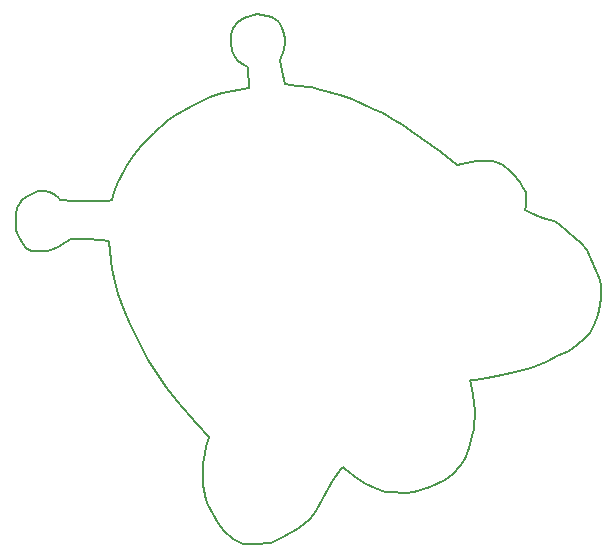
<source format=gm1>
G04 #@! TF.FileFunction,Profile,NP*
%FSLAX46Y46*%
G04 Gerber Fmt 4.6, Leading zero omitted, Abs format (unit mm)*
G04 Created by KiCad (PCBNEW 4.0.6-e0-6349~52~ubuntu16.10.1) date Sun Jul  9 07:11:00 2017*
%MOMM*%
%LPD*%
G01*
G04 APERTURE LIST*
%ADD10C,0.100000*%
%ADD11C,0.150000*%
G04 APERTURE END LIST*
D10*
D11*
X128050000Y-142500000D02*
X128500000Y-142000000D01*
X127000000Y-143350000D02*
X128050000Y-142500000D01*
X126600000Y-143600000D02*
X127000000Y-143350000D01*
X125950000Y-143900000D02*
X126600000Y-143600000D01*
X124800000Y-144450000D02*
X125950000Y-143900000D01*
X123550000Y-144950000D02*
X124800000Y-144450000D01*
X122500000Y-145200000D02*
X123550000Y-144950000D01*
X121050000Y-145550000D02*
X122500000Y-145200000D01*
X119800000Y-145800000D02*
X121050000Y-145550000D01*
X118800000Y-146000000D02*
X119800000Y-145800000D01*
X118400000Y-146000000D02*
X118800000Y-146000000D01*
X118550000Y-146700000D02*
X118400000Y-146000000D01*
X118750000Y-147850000D02*
X118550000Y-146700000D01*
X118800000Y-148650000D02*
X118750000Y-147850000D01*
X118700000Y-150150000D02*
X118800000Y-148650000D01*
X118550000Y-150750000D02*
X118700000Y-150150000D01*
X118300000Y-151700000D02*
X118550000Y-150750000D01*
X117950000Y-152650000D02*
X118300000Y-151700000D01*
X117500000Y-153300000D02*
X117950000Y-152650000D01*
X116950000Y-153900000D02*
X117500000Y-153300000D01*
X116300000Y-154450000D02*
X116950000Y-153900000D01*
X115000000Y-155050000D02*
X116300000Y-154450000D01*
X113600000Y-155500000D02*
X115000000Y-155050000D01*
X112950000Y-155550000D02*
X113600000Y-155500000D01*
X111600000Y-155500000D02*
X112950000Y-155550000D01*
X111200000Y-155450000D02*
X111600000Y-155500000D01*
X110300000Y-155100000D02*
X111200000Y-155450000D01*
X109550000Y-154750000D02*
X110300000Y-155100000D01*
X108900000Y-154350000D02*
X109550000Y-154750000D01*
X107800000Y-153500000D02*
X108900000Y-154350000D01*
X107650000Y-153350000D02*
X107800000Y-153500000D01*
X107450000Y-153500000D02*
X107650000Y-153350000D01*
X106800000Y-154450000D02*
X107450000Y-153500000D01*
X105950000Y-156000000D02*
X106800000Y-154450000D01*
X105300000Y-157100000D02*
X105950000Y-156000000D01*
X104800000Y-157750000D02*
X105300000Y-157100000D01*
X103900000Y-158550000D02*
X104800000Y-157750000D01*
X102550000Y-159250000D02*
X103900000Y-158550000D01*
X101500000Y-159750000D02*
X102550000Y-159250000D01*
X100050000Y-159850000D02*
X101500000Y-159750000D01*
X99150000Y-159850000D02*
X100050000Y-159850000D01*
X98800000Y-159700000D02*
X99150000Y-159850000D01*
X98300000Y-159400000D02*
X98800000Y-159700000D01*
X97550000Y-158750000D02*
X98300000Y-159400000D01*
X97000000Y-158050000D02*
X97550000Y-158750000D01*
X96200000Y-156600000D02*
X97000000Y-158050000D01*
X96050000Y-156100000D02*
X96200000Y-156600000D01*
X95750000Y-154900000D02*
X96050000Y-156100000D01*
X95750000Y-154150000D02*
X95750000Y-154900000D01*
X95800000Y-153050000D02*
X95750000Y-154150000D01*
X95950000Y-152150000D02*
X95800000Y-153050000D01*
X96050000Y-151650000D02*
X95950000Y-152150000D01*
X96300000Y-150800000D02*
X96050000Y-151650000D01*
X95250000Y-149700000D02*
X96300000Y-150800000D01*
X93600000Y-147750000D02*
X95250000Y-149700000D01*
X92650000Y-146600000D02*
X93600000Y-147750000D01*
X92300000Y-146100000D02*
X92650000Y-146600000D01*
X91100000Y-144250000D02*
X92300000Y-146100000D01*
X90200000Y-142400000D02*
X91100000Y-144250000D01*
X89600000Y-141200000D02*
X90200000Y-142400000D01*
X89050000Y-140050000D02*
X89600000Y-141200000D01*
X88600000Y-138700000D02*
X89050000Y-140050000D01*
X88400000Y-138000000D02*
X88600000Y-138700000D01*
X88050000Y-136600000D02*
X88400000Y-138000000D01*
X87950000Y-135900000D02*
X88050000Y-136600000D01*
X87900000Y-134950000D02*
X87950000Y-135900000D01*
X87850000Y-134350000D02*
X87900000Y-134950000D01*
X87800000Y-134200000D02*
X87850000Y-134350000D01*
X87150000Y-134150000D02*
X87800000Y-134200000D01*
X86000000Y-134050000D02*
X87150000Y-134150000D01*
X85350000Y-134000000D02*
X86000000Y-134050000D01*
X84700000Y-134000000D02*
X85350000Y-134000000D01*
X84600000Y-134000000D02*
X84700000Y-134000000D01*
X84150000Y-134300000D02*
X84600000Y-134000000D01*
X83500000Y-134750000D02*
X84150000Y-134300000D01*
X82900000Y-135000000D02*
X83500000Y-134750000D01*
X82550000Y-135100000D02*
X82900000Y-135000000D01*
X82150000Y-135100000D02*
X82550000Y-135100000D01*
X81550000Y-135100000D02*
X82150000Y-135100000D01*
X81300000Y-135050000D02*
X81550000Y-135100000D01*
X81050000Y-134950000D02*
X81300000Y-135050000D01*
X80800000Y-134800000D02*
X81050000Y-134950000D01*
X80500000Y-134450000D02*
X80800000Y-134800000D01*
X80200000Y-133900000D02*
X80500000Y-134450000D01*
X80000000Y-133500000D02*
X80200000Y-133900000D01*
X79900000Y-133300000D02*
X80000000Y-133500000D01*
X79900000Y-131950000D02*
X79900000Y-133300000D01*
X80000000Y-131400000D02*
X79900000Y-131950000D01*
X80250000Y-131000000D02*
X80000000Y-131400000D01*
X80450000Y-130750000D02*
X80250000Y-131000000D01*
X80800000Y-130500000D02*
X80450000Y-130750000D01*
X81300000Y-130200000D02*
X80800000Y-130500000D01*
X81800000Y-130000000D02*
X81300000Y-130200000D01*
X82100000Y-129950000D02*
X81800000Y-130000000D01*
X82350000Y-129950000D02*
X82100000Y-129950000D01*
X82700000Y-130050000D02*
X82350000Y-129950000D01*
X82950000Y-130150000D02*
X82700000Y-130050000D01*
X83250000Y-130300000D02*
X82950000Y-130150000D01*
X83550000Y-130550000D02*
X83250000Y-130300000D01*
X83700000Y-130700000D02*
X83550000Y-130550000D01*
X84950000Y-130800000D02*
X83700000Y-130700000D01*
X85900000Y-130850000D02*
X84950000Y-130800000D01*
X87700000Y-130800000D02*
X85900000Y-130850000D01*
X88100000Y-130750000D02*
X87700000Y-130800000D01*
X88250000Y-130050000D02*
X88100000Y-130750000D01*
X88600000Y-129250000D02*
X88250000Y-130050000D01*
X89050000Y-128300000D02*
X88600000Y-129250000D01*
X89350000Y-127800000D02*
X89050000Y-128300000D01*
X89900000Y-126900000D02*
X89350000Y-127800000D01*
X90500000Y-126150000D02*
X89900000Y-126900000D01*
X91600000Y-125050000D02*
X90500000Y-126150000D01*
X92750000Y-124050000D02*
X91600000Y-125050000D01*
X93300000Y-123600000D02*
X92750000Y-124050000D01*
X94800000Y-122750000D02*
X93300000Y-123600000D01*
X96400000Y-122000000D02*
X94800000Y-122750000D01*
X97400000Y-121700000D02*
X96400000Y-122000000D01*
X99700000Y-121250000D02*
X97400000Y-121700000D01*
X99550000Y-119450000D02*
X99700000Y-121250000D01*
X99250000Y-119350000D02*
X99550000Y-119450000D01*
X98750000Y-119000000D02*
X99250000Y-119350000D01*
X98500000Y-118650000D02*
X98750000Y-119000000D01*
X98250000Y-118100000D02*
X98500000Y-118650000D01*
X98100000Y-117450000D02*
X98250000Y-118100000D01*
X98100000Y-116750000D02*
X98100000Y-117450000D01*
X98350000Y-116200000D02*
X98100000Y-116750000D01*
X98750000Y-115700000D02*
X98350000Y-116200000D01*
X99250000Y-115350000D02*
X98750000Y-115700000D01*
X100300000Y-115000000D02*
X99250000Y-115350000D01*
X100750000Y-115050000D02*
X100300000Y-115000000D01*
X101600000Y-115250000D02*
X100750000Y-115050000D01*
X102200000Y-115650000D02*
X101600000Y-115250000D01*
X102500000Y-116200000D02*
X102200000Y-115650000D01*
X102650000Y-116700000D02*
X102500000Y-116200000D01*
X102700000Y-117100000D02*
X102650000Y-116700000D01*
X102700000Y-117350000D02*
X102700000Y-117100000D01*
X102600000Y-118050000D02*
X102700000Y-117350000D01*
X102300000Y-118850000D02*
X102600000Y-118050000D01*
X102450000Y-119800000D02*
X102300000Y-118850000D01*
X102750000Y-120950000D02*
X102450000Y-119800000D01*
X103750000Y-121050000D02*
X102750000Y-120950000D01*
X104950000Y-121200000D02*
X103750000Y-121050000D01*
X105800000Y-121400000D02*
X104950000Y-121200000D01*
X107400000Y-121850000D02*
X105800000Y-121400000D01*
X108350000Y-122200000D02*
X107400000Y-121850000D01*
X110200000Y-123050000D02*
X108350000Y-122200000D01*
X111000000Y-123400000D02*
X110200000Y-123050000D01*
X111950000Y-123950000D02*
X111000000Y-123400000D01*
X112700000Y-124400000D02*
X111950000Y-123950000D01*
X113400000Y-124900000D02*
X112700000Y-124400000D01*
X115900000Y-126700000D02*
X113400000Y-124900000D01*
X117250000Y-127800000D02*
X115900000Y-126700000D01*
X118900000Y-127450000D02*
X117250000Y-127800000D01*
X119250000Y-127400000D02*
X118900000Y-127450000D01*
X120200000Y-127400000D02*
X119250000Y-127400000D01*
X120550000Y-127500000D02*
X120200000Y-127400000D01*
X121200000Y-127800000D02*
X120550000Y-127500000D01*
X121750000Y-128250000D02*
X121200000Y-127800000D01*
X122000000Y-128500000D02*
X121750000Y-128250000D01*
X122650000Y-129250000D02*
X122000000Y-128500000D01*
X122900000Y-129700000D02*
X122650000Y-129250000D01*
X123100000Y-130100000D02*
X122900000Y-129700000D01*
X123150000Y-130400000D02*
X123100000Y-130100000D01*
X123150000Y-130900000D02*
X123150000Y-130400000D01*
X123100000Y-131250000D02*
X123150000Y-130900000D01*
X123000000Y-131550000D02*
X123100000Y-131250000D01*
X123500000Y-131800000D02*
X123000000Y-131550000D01*
X124300000Y-132150000D02*
X123500000Y-131800000D01*
X124850000Y-132350000D02*
X124300000Y-132150000D01*
X125450000Y-132550000D02*
X124850000Y-132350000D01*
X125950000Y-132800000D02*
X125450000Y-132550000D01*
X126700000Y-133450000D02*
X125950000Y-132800000D01*
X127750000Y-134400000D02*
X126700000Y-133450000D01*
X128250000Y-135000000D02*
X127750000Y-134400000D01*
X129400000Y-137550000D02*
X128250000Y-135000000D01*
X129450000Y-138000000D02*
X129400000Y-137550000D01*
X129450000Y-139000000D02*
X129450000Y-138000000D01*
X129400000Y-139650000D02*
X129450000Y-139000000D01*
X129250000Y-140450000D02*
X129400000Y-139650000D01*
X128900000Y-141350000D02*
X129250000Y-140450000D01*
X128500000Y-142000000D02*
X128900000Y-141350000D01*
M02*

</source>
